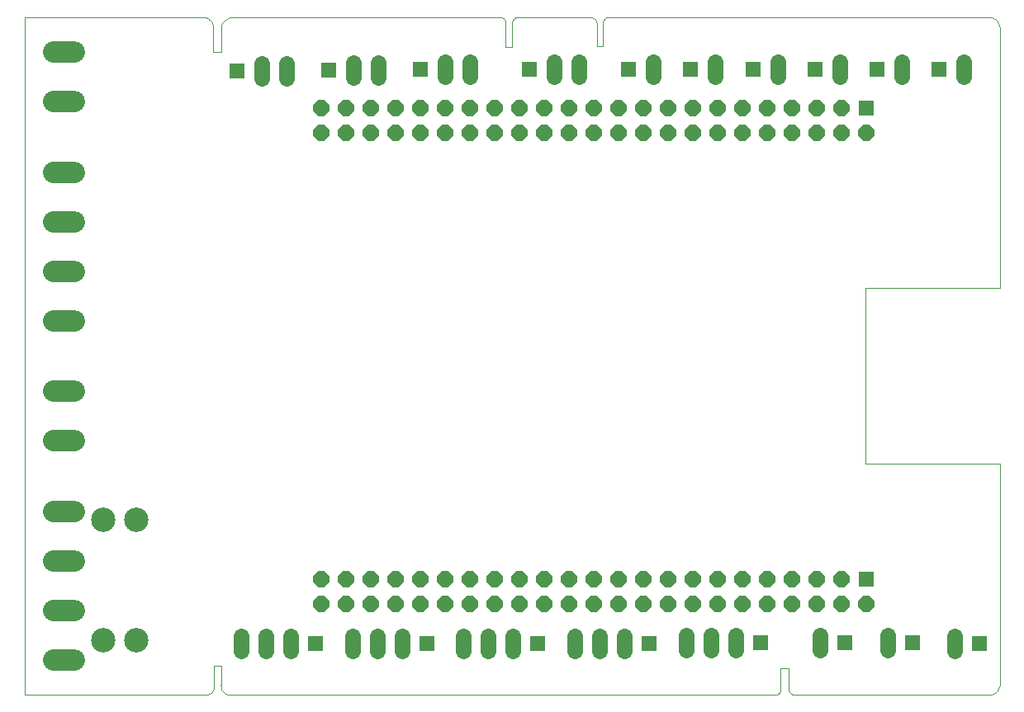
<source format=gbs>
G75*
%MOIN*%
%OFA0B0*%
%FSLAX24Y24*%
%IPPOS*%
%LPD*%
%AMOC8*
5,1,8,0,0,1.08239X$1,22.5*
%
%ADD10C,0.0000*%
%ADD11R,0.0640X0.0640*%
%ADD12C,0.0640*%
%ADD13C,0.0865*%
%ADD14OC8,0.0640*%
%ADD15C,0.0985*%
D10*
X002484Y003433D02*
X009806Y003433D01*
X009807Y003433D02*
X009841Y003436D01*
X009875Y003443D01*
X009909Y003454D01*
X009941Y003467D01*
X009971Y003484D01*
X010000Y003503D01*
X010027Y003525D01*
X010052Y003550D01*
X010073Y003577D01*
X010093Y003606D01*
X010109Y003637D01*
X010122Y003670D01*
X010132Y003703D01*
X010138Y003737D01*
X010142Y003772D01*
X010141Y003807D01*
X010141Y004614D01*
X010417Y004614D01*
X010417Y003846D01*
X010416Y003847D02*
X010415Y003809D01*
X010418Y003771D01*
X010424Y003734D01*
X010434Y003697D01*
X010448Y003662D01*
X010464Y003628D01*
X010485Y003596D01*
X010508Y003566D01*
X010534Y003539D01*
X010562Y003514D01*
X010593Y003492D01*
X010626Y003474D01*
X010660Y003458D01*
X010696Y003446D01*
X010733Y003438D01*
X010770Y003433D01*
X010771Y003433D02*
X032779Y003433D01*
X032808Y003436D01*
X032837Y003443D01*
X032865Y003453D01*
X032892Y003466D01*
X032917Y003482D01*
X032939Y003502D01*
X032960Y003523D01*
X032977Y003547D01*
X032991Y003573D01*
X033002Y003601D01*
X033010Y003630D01*
X033014Y003659D01*
X033015Y003689D01*
X033015Y004516D01*
X033330Y004516D01*
X033330Y003689D01*
X033331Y003659D01*
X033335Y003630D01*
X033343Y003601D01*
X033354Y003573D01*
X033368Y003547D01*
X033385Y003523D01*
X033406Y003502D01*
X033428Y003482D01*
X033453Y003466D01*
X033480Y003453D01*
X033508Y003443D01*
X033537Y003436D01*
X033566Y003433D01*
X041361Y003433D01*
X041402Y003432D01*
X041442Y003435D01*
X041482Y003441D01*
X041522Y003451D01*
X041560Y003464D01*
X041597Y003480D01*
X041632Y003500D01*
X041666Y003522D01*
X041698Y003548D01*
X041727Y003576D01*
X041753Y003606D01*
X041777Y003639D01*
X041798Y003674D01*
X041816Y003710D01*
X041831Y003748D01*
X041842Y003786D01*
X041850Y003826D01*
X041854Y003866D01*
X041854Y012783D01*
X036417Y012783D01*
X036417Y019870D01*
X041854Y019870D01*
X041854Y030402D01*
X041854Y030401D02*
X041849Y030441D01*
X041841Y030480D01*
X041829Y030519D01*
X041814Y030556D01*
X041796Y030592D01*
X041775Y030626D01*
X041751Y030658D01*
X041724Y030688D01*
X041695Y030715D01*
X041664Y030740D01*
X041630Y030762D01*
X041595Y030781D01*
X041558Y030796D01*
X041520Y030809D01*
X041481Y030818D01*
X041442Y030824D01*
X041402Y030826D01*
X041362Y030825D01*
X041361Y030825D02*
X026056Y030825D01*
X026028Y030820D01*
X026000Y030812D01*
X025973Y030800D01*
X025947Y030786D01*
X025924Y030768D01*
X025903Y030748D01*
X025885Y030725D01*
X025869Y030701D01*
X025856Y030674D01*
X025847Y030646D01*
X025841Y030618D01*
X025839Y030589D01*
X025840Y030559D01*
X025840Y029634D01*
X025584Y029634D01*
X025584Y030539D01*
X025585Y030570D01*
X025582Y030601D01*
X025575Y030631D01*
X025564Y030661D01*
X025550Y030688D01*
X025533Y030714D01*
X025513Y030738D01*
X025490Y030759D01*
X025465Y030777D01*
X025437Y030792D01*
X025408Y030803D01*
X025378Y030811D01*
X025348Y030815D01*
X022365Y030815D01*
X022366Y030815D02*
X022338Y030808D01*
X022310Y030798D01*
X022285Y030785D01*
X022261Y030769D01*
X022239Y030751D01*
X022219Y030729D01*
X022202Y030706D01*
X022189Y030681D01*
X022178Y030654D01*
X022171Y030626D01*
X022167Y030597D01*
X022166Y030568D01*
X022169Y030540D01*
X022169Y030539D02*
X022169Y029614D01*
X021913Y029614D01*
X021913Y030539D01*
X021912Y030540D02*
X021915Y030568D01*
X021914Y030597D01*
X021910Y030626D01*
X021903Y030654D01*
X021892Y030681D01*
X021879Y030706D01*
X021862Y030729D01*
X021842Y030751D01*
X021820Y030769D01*
X021796Y030785D01*
X021771Y030798D01*
X021743Y030808D01*
X021715Y030815D01*
X021716Y030815D02*
X010889Y030815D01*
X010848Y030813D01*
X010807Y030808D01*
X010767Y030799D01*
X010728Y030787D01*
X010690Y030771D01*
X010653Y030752D01*
X010618Y030730D01*
X010586Y030705D01*
X010555Y030677D01*
X010527Y030646D01*
X010502Y030614D01*
X010480Y030579D01*
X010461Y030542D01*
X010445Y030504D01*
X010433Y030465D01*
X010424Y030425D01*
X010419Y030384D01*
X010417Y030343D01*
X010417Y029398D01*
X010102Y029398D01*
X010102Y030343D01*
X010105Y030382D01*
X010104Y030421D01*
X010100Y030459D01*
X010093Y030498D01*
X010082Y030535D01*
X010067Y030571D01*
X010050Y030606D01*
X010029Y030639D01*
X010005Y030670D01*
X009978Y030698D01*
X009949Y030724D01*
X009918Y030747D01*
X009885Y030768D01*
X009850Y030785D01*
X009813Y030798D01*
X009776Y030809D01*
X009737Y030816D01*
X009737Y030815D02*
X002484Y030815D01*
X002484Y003433D01*
D11*
X014239Y005500D03*
X018728Y005500D03*
X023216Y005500D03*
X027704Y005500D03*
X032192Y005539D03*
X035602Y005539D03*
X038318Y005539D03*
X041035Y005500D03*
X036466Y008116D03*
X036466Y027161D03*
X036905Y028709D03*
X039415Y028709D03*
X034395Y028709D03*
X031885Y028709D03*
X029375Y028709D03*
X026865Y028709D03*
X022871Y028709D03*
X018472Y028709D03*
X014751Y028669D03*
X011070Y028650D03*
D12*
X012070Y028950D02*
X012070Y028350D01*
X013070Y028350D02*
X013070Y028950D01*
X015751Y028969D02*
X015751Y028369D01*
X016751Y028369D02*
X016751Y028969D01*
X019472Y029009D02*
X019472Y028409D01*
X020472Y028409D02*
X020472Y029009D01*
X023871Y029009D02*
X023871Y028409D01*
X024871Y028409D02*
X024871Y029009D01*
X027865Y029009D02*
X027865Y028409D01*
X030375Y028409D02*
X030375Y029009D01*
X032885Y029009D02*
X032885Y028409D01*
X035395Y028409D02*
X035395Y029009D01*
X037905Y029009D02*
X037905Y028409D01*
X040415Y028409D02*
X040415Y029009D01*
X037318Y005839D02*
X037318Y005239D01*
X034602Y005239D02*
X034602Y005839D01*
X031192Y005839D02*
X031192Y005239D01*
X030192Y005239D02*
X030192Y005839D01*
X029192Y005839D02*
X029192Y005239D01*
X026704Y005200D02*
X026704Y005800D01*
X025704Y005800D02*
X025704Y005200D01*
X024704Y005200D02*
X024704Y005800D01*
X022216Y005800D02*
X022216Y005200D01*
X021216Y005200D02*
X021216Y005800D01*
X020216Y005800D02*
X020216Y005200D01*
X017728Y005200D02*
X017728Y005800D01*
X016728Y005800D02*
X016728Y005200D01*
X015728Y005200D02*
X015728Y005800D01*
X013239Y005800D02*
X013239Y005200D01*
X012239Y005200D02*
X012239Y005800D01*
X011239Y005800D02*
X011239Y005200D01*
X040035Y005200D02*
X040035Y005800D01*
D13*
X004493Y004862D02*
X003668Y004862D01*
X003668Y006862D02*
X004493Y006862D01*
X004493Y008862D02*
X003668Y008862D01*
X003668Y010862D02*
X004493Y010862D01*
X004493Y013713D02*
X003668Y013713D01*
X003668Y015713D02*
X004493Y015713D01*
X004493Y018563D02*
X003668Y018563D01*
X003668Y020563D02*
X004493Y020563D01*
X004493Y022563D02*
X003668Y022563D01*
X003668Y024563D02*
X004493Y024563D01*
X004493Y027413D02*
X003668Y027413D01*
X003668Y029413D02*
X004493Y029413D01*
D14*
X014466Y027161D03*
X015466Y027161D03*
X015466Y026161D03*
X014466Y026161D03*
X016466Y026161D03*
X017466Y026161D03*
X018466Y026161D03*
X019466Y026161D03*
X020466Y026161D03*
X021466Y026161D03*
X022466Y026161D03*
X023466Y026161D03*
X024466Y026161D03*
X025466Y026161D03*
X026466Y026161D03*
X027466Y026161D03*
X028466Y026161D03*
X029466Y026161D03*
X030466Y026161D03*
X031466Y026161D03*
X032466Y026161D03*
X033466Y026161D03*
X034466Y026161D03*
X035466Y026161D03*
X036466Y026161D03*
X035466Y027161D03*
X034466Y027161D03*
X033466Y027161D03*
X032466Y027161D03*
X031466Y027161D03*
X030466Y027161D03*
X029466Y027161D03*
X028466Y027161D03*
X027466Y027161D03*
X026466Y027161D03*
X025466Y027161D03*
X024466Y027161D03*
X023466Y027161D03*
X022466Y027161D03*
X021466Y027161D03*
X020466Y027161D03*
X019466Y027161D03*
X018466Y027161D03*
X017466Y027161D03*
X016466Y027161D03*
X016466Y008116D03*
X017466Y008116D03*
X018466Y008116D03*
X019466Y008116D03*
X020466Y008116D03*
X021466Y008116D03*
X022466Y008116D03*
X023466Y008116D03*
X024466Y008116D03*
X025466Y008116D03*
X026466Y008116D03*
X027466Y008116D03*
X028466Y008116D03*
X029466Y008116D03*
X030466Y008116D03*
X031466Y008116D03*
X032466Y008116D03*
X033466Y008116D03*
X034466Y008116D03*
X035466Y008116D03*
X035466Y007116D03*
X036466Y007116D03*
X034466Y007116D03*
X033466Y007116D03*
X032466Y007116D03*
X031466Y007116D03*
X030466Y007116D03*
X029466Y007116D03*
X028466Y007116D03*
X027466Y007116D03*
X026466Y007116D03*
X025466Y007116D03*
X024466Y007116D03*
X023466Y007116D03*
X022466Y007116D03*
X021466Y007116D03*
X020466Y007116D03*
X019466Y007116D03*
X018466Y007116D03*
X017466Y007116D03*
X016466Y007116D03*
X015466Y007116D03*
X014466Y007116D03*
X014466Y008116D03*
X015466Y008116D03*
D15*
X007011Y010520D03*
X005673Y010520D03*
X005673Y005638D03*
X007011Y005638D03*
M02*

</source>
